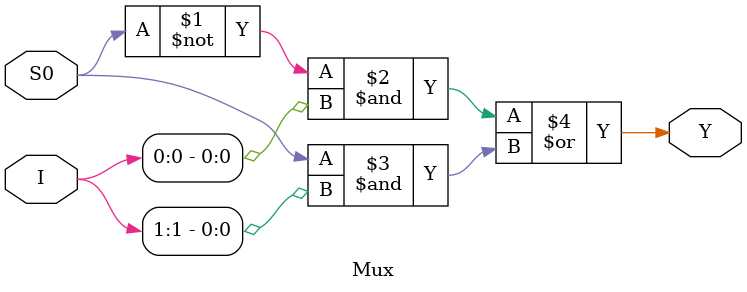
<source format=v>
`timescale 1ns / 1ps


module Mux(
    input S0,
    input [1:0] I,
    output Y
    );
//and (T0, ~S0,I0);
//and (T1, S0,I1);
//or(Y,T0,T1);

assign Y = (~S0 & I[0]) | (S0 & I[1]);

endmodule 
</source>
